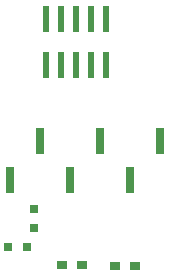
<source format=gbr>
G04 DipTrace 3.1.0.1*
G04 BottomPaste.gbr*
%MOIN*%
G04 #@! TF.FileFunction,Paste,Bot*
G04 #@! TF.Part,Single*
%ADD36R,0.035433X0.031496*%
%ADD38R,0.031496X0.090945*%
%ADD40R,0.031496X0.029528*%
%ADD42R,0.029528X0.031496*%
%ADD44R,0.022047X0.086614*%
%FSLAX26Y26*%
G04*
G70*
G90*
G75*
G01*
G04 BotPaste*
%LPD*%
D44*
X1288583Y2024409D3*
X1338583D3*
X1388583D3*
X1238583D3*
X1188583D3*
X1288583Y1870866D3*
X1338583D3*
X1388583D3*
X1238583D3*
X1188583D3*
D42*
X1063386Y1262992D3*
X1126378D3*
D40*
X1148031Y1326772D3*
Y1389764D3*
D38*
X1368504Y1616142D3*
X1568504D3*
X1168504D3*
X1468504Y1485827D3*
X1268504D3*
X1068504D3*
D36*
X1416929Y1201969D3*
X1483858D3*
X1241339Y1203150D3*
X1308268D3*
M02*

</source>
